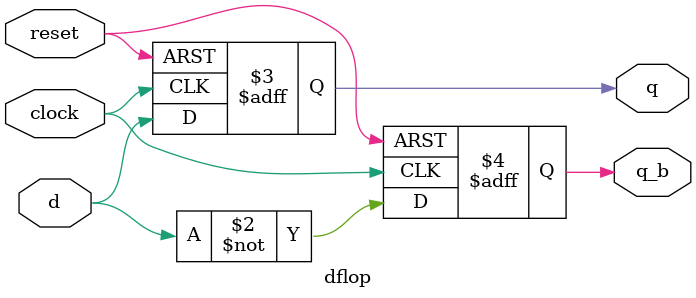
<source format=v>
`timescale 1ns / 1ps
`timescale 1 ns/1 ns

module dflop (
	input reset,
	input clock ,
	input d ,
	output reg q ,
	output reg q_b
);

	/* write your code here */
	
always @(negedge clock or posedge reset) 
	begin
		#5
		if(reset)
			begin
				q <= 1'b0;
				q_b <= 1'b0;
			end
		else
			begin
				q <= d;
				q_b <= ~d;
			end
	end
  
	/* write your code here */

endmodule

</source>
